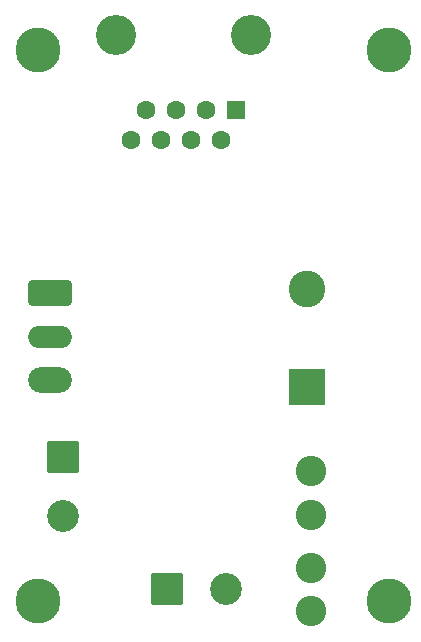
<source format=gbr>
%TF.GenerationSoftware,KiCad,Pcbnew,(6.0.9)*%
%TF.CreationDate,2023-01-01T20:10:18-05:00*%
%TF.ProjectId,Wally_Tree,57616c6c-795f-4547-9265-652e6b696361,v1*%
%TF.SameCoordinates,Original*%
%TF.FileFunction,Soldermask,Bot*%
%TF.FilePolarity,Negative*%
%FSLAX46Y46*%
G04 Gerber Fmt 4.6, Leading zero omitted, Abs format (unit mm)*
G04 Created by KiCad (PCBNEW (6.0.9)) date 2023-01-01 20:10:18*
%MOMM*%
%LPD*%
G01*
G04 APERTURE LIST*
G04 Aperture macros list*
%AMRoundRect*
0 Rectangle with rounded corners*
0 $1 Rounding radius*
0 $2 $3 $4 $5 $6 $7 $8 $9 X,Y pos of 4 corners*
0 Add a 4 corners polygon primitive as box body*
4,1,4,$2,$3,$4,$5,$6,$7,$8,$9,$2,$3,0*
0 Add four circle primitives for the rounded corners*
1,1,$1+$1,$2,$3*
1,1,$1+$1,$4,$5*
1,1,$1+$1,$6,$7*
1,1,$1+$1,$8,$9*
0 Add four rect primitives between the rounded corners*
20,1,$1+$1,$2,$3,$4,$5,0*
20,1,$1+$1,$4,$5,$6,$7,0*
20,1,$1+$1,$6,$7,$8,$9,0*
20,1,$1+$1,$8,$9,$2,$3,0*%
G04 Aperture macros list end*
%ADD10C,3.402000*%
%ADD11RoundRect,0.051000X0.750000X0.750000X-0.750000X0.750000X-0.750000X-0.750000X0.750000X-0.750000X0*%
%ADD12C,1.602000*%
%ADD13RoundRect,0.051000X-1.300000X-1.300000X1.300000X-1.300000X1.300000X1.300000X-1.300000X1.300000X0*%
%ADD14C,2.702000*%
%ADD15RoundRect,0.051000X1.500000X-1.500000X1.500000X1.500000X-1.500000X1.500000X-1.500000X-1.500000X0*%
%ADD16C,3.102000*%
%ADD17C,3.802000*%
%ADD18RoundRect,0.051000X-1.300000X1.300000X-1.300000X-1.300000X1.300000X-1.300000X1.300000X1.300000X0*%
%ADD19C,2.577000*%
%ADD20RoundRect,0.342667X-1.508333X0.758333X-1.508333X-0.758333X1.508333X-0.758333X1.508333X0.758333X0*%
%ADD21O,3.702000X1.902000*%
%ADD22O,3.702000X2.202000*%
G04 APERTURE END LIST*
D10*
%TO.C,J7*%
X-110096200Y44717700D03*
X-121526200Y44717700D03*
D11*
X-111366200Y38367700D03*
D12*
X-112636200Y35827700D03*
X-113906200Y38367700D03*
X-115176200Y35827700D03*
X-116446200Y38367700D03*
X-117716200Y35827700D03*
X-118986200Y38367700D03*
X-120256200Y35827700D03*
%TD*%
D13*
%TO.C,J1*%
X-117216200Y-2130300D03*
D14*
X-112216200Y-2130300D03*
%TD*%
D15*
%TO.C,TB1*%
X-105324400Y14953740D03*
D16*
X-105324400Y23203660D03*
%TD*%
D17*
%TO.C,H4*%
X-98416200Y-3146300D03*
%TD*%
D18*
%TO.C,J2*%
X-126045200Y9019700D03*
D14*
X-126045200Y4019700D03*
%TD*%
D17*
%TO.C,H1*%
X-128108200Y-3146300D03*
%TD*%
D19*
%TO.C,F1*%
X-105016200Y7835700D03*
X-105016200Y4135700D03*
X-105016200Y-364300D03*
X-105016200Y-4064300D03*
%TD*%
D17*
%TO.C,H2*%
X-98416200Y43485700D03*
%TD*%
D20*
%TO.C,J3*%
X-127092200Y22865700D03*
D21*
X-127092200Y19205700D03*
D22*
X-127092200Y15545700D03*
%TD*%
D17*
%TO.C,H3*%
X-128108200Y43485700D03*
%TD*%
G36*
X-125588017Y21765701D02*
G01*
X-125588017Y21763701D01*
X-125589568Y21762709D01*
X-125589579Y21762708D01*
X-125589760Y21762700D01*
X-128594640Y21762700D01*
X-128596372Y21763700D01*
X-128596372Y21765700D01*
X-128594640Y21766700D01*
X-125589749Y21766701D01*
X-125588017Y21765701D01*
G37*
G36*
X-125588028Y23967700D02*
G01*
X-125588028Y23965700D01*
X-125589760Y23964700D01*
X-128594651Y23964699D01*
X-128596383Y23965699D01*
X-128596383Y23967699D01*
X-128594832Y23968691D01*
X-128594821Y23968692D01*
X-128594640Y23968700D01*
X-125589760Y23968700D01*
X-125588028Y23967700D01*
G37*
M02*

</source>
